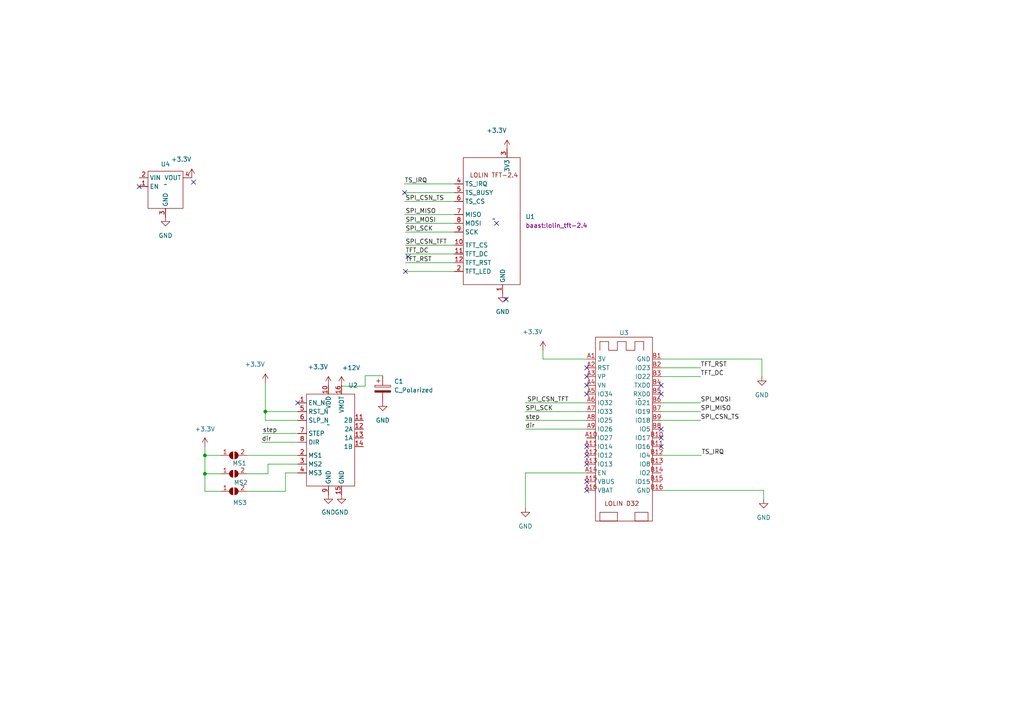
<source format=kicad_sch>
(kicad_sch (version 20230121) (generator eeschema)
  (paper "A4")
  (lib_symbols
    (symbol "Device:C_Polarized" (pin_numbers hide) (pin_names (offset 0.254))
      (property "Reference" "C" (at 0.635 2.54 0))
      (property "Value" "C_Polarized" (at 0.635 -2.54 0))
      (symbol "C_Polarized_0_1"
        (rectangle (start -2.286 0.508) (end 2.286 1.016))
        (polyline (pts (xy -1.778 2.286) (xy -0.762 2.286)))
        (polyline (pts (xy -1.27 2.794) (xy -1.27 1.778)))
        (rectangle (start 2.286 -0.508) (end -2.286 -1.016) (fill (type outline)))
      )
      (symbol "C_Polarized_1_1"
        (pin passive line (at 0 3.81 270) (length 2.794) (name "~") (number "1"))
        (pin passive line (at 0 -3.81 90) (length 2.794) (name "~") (number "2"))
      )
    )
    (symbol "Jumper:SolderJumper_2_Open" (pin_names (offset 0) hide)
      (property "Reference" "JP" (at 0 2.032 0))
      (property "Value" "SolderJumper_2_Open" (at 0 -2.54 0))
      (symbol "SolderJumper_2_Open_0_1"
        (arc (start -0.254 1.016) (mid -1.2656 0) (end -0.254 -1.016))
        (arc (start -0.254 1.016) (mid -1.2656 0) (end -0.254 -1.016) (fill (type outline)))
        (polyline (pts (xy -0.254 1.016) (xy -0.254 -1.016)))
        (polyline (pts (xy 0.254 1.016) (xy 0.254 -1.016)))
        (arc (start 0.254 -1.016) (mid 1.2656 0) (end 0.254 1.016))
        (arc (start 0.254 -1.016) (mid 1.2656 0) (end 0.254 1.016) (fill (type outline)))
      )
      (symbol "SolderJumper_2_Open_1_1"
        (pin passive line (at -3.81 0 0) (length 2.54) (name "A") (number "1"))
        (pin passive line (at 3.81 0 180) (length 2.54) (name "B") (number "2"))
      )
    )
    (symbol "baast:HW-613"
      (property "Reference" "U" (at 0.635 -1.27 0))
      (symbol "HW-613_0_1"
        (rectangle (start -5.08 3.81) (end 5.08 -6.985))
      )
      (symbol "HW-613_1_1"
        (pin input line (at -7.62 -0.635 0) (length 2.54) (name "EN") (number "1"))
        (pin power_in line (at -7.62 1.905 0) (length 2.54) (name "VIN") (number "2"))
        (pin power_in line (at 0 -9.525 90) (length 2.54) (name "GND") (number "3"))
        (pin output line (at 7.62 1.905 180) (length 2.54) (name "VOUT") (number "4"))
      )
    )
    (symbol "baast:a4988_module"
      (property "Reference" "U" (at 0 0 0))
      (symbol "a4988_module_0_1"
        (rectangle (start -6.35 8.89) (end 7.62 -17.78))
      )
      (symbol "a4988_module_1_1"
        (pin input line (at -8.89 6.35 0) (length 2.54) (name "EN_N") (number "1"))
        (pin power_in line (at 0 11.43 270) (length 2.54) (name "VDD") (number "10"))
        (pin output line (at 10.16 1.27 180) (length 2.54) (name "2B") (number "11"))
        (pin output line (at 10.16 -1.27 180) (length 2.54) (name "2A") (number "12"))
        (pin output line (at 10.16 -3.81 180) (length 2.54) (name "1A") (number "13"))
        (pin output line (at 10.16 -6.35 180) (length 2.54) (name "1B") (number "14"))
        (pin power_in line (at 3.81 -20.32 90) (length 2.54) (name "GND") (number "15"))
        (pin power_in line (at 3.81 11.43 270) (length 2.54) (name "VMOT") (number "16"))
        (pin input line (at -8.89 -8.89 0) (length 2.54) (name "MS1") (number "2"))
        (pin input line (at -8.89 -11.43 0) (length 2.54) (name "MS2") (number "3"))
        (pin input line (at -8.89 -13.97 0) (length 2.54) (name "MS3") (number "4"))
        (pin input line (at -8.89 3.81 0) (length 2.54) (name "RST_N") (number "5"))
        (pin input line (at -8.89 1.27 0) (length 2.54) (name "SLP_N") (number "6"))
        (pin input line (at -8.89 -2.54 0) (length 2.54) (name "STEP") (number "7"))
        (pin input line (at -8.89 -5.08 0) (length 2.54) (name "DIR") (number "8"))
        (pin power_in line (at 0 -20.32 90) (length 2.54) (name "GND") (number "9"))
      )
    )
    (symbol "baast:lolin_tft-2.4"
      (property "Reference" "U" (at 0 0 0))
      (property "Footprint" "esp_boards:lolin_tft-2.4" (at 0 0 0))
      (symbol "lolin_tft-2.4_0_1"
        (rectangle (start -8.89 17.78) (end 7.62 -19.05))
      )
      (symbol "lolin_tft-2.4_1_1"
        (text "LOLIN TFT-2.4" (at 0 12.7 0) (effects (font (size 1.27 1.27))))
        (pin power_in line (at 2.54 -21.59 90) (length 2.54) (name "GND") (number "1"))
        (pin input line (at -11.43 -7.62 0) (length 2.54) (name "TFT_CS") (number "10"))
        (pin input line (at -11.43 -10.16 0) (length 2.54) (name "TFT_DC") (number "11"))
        (pin input line (at -11.43 -12.7 0) (length 2.54) (name "TFT_RST") (number "12"))
        (pin input line (at -11.43 -15.24 0) (length 2.54) (name "TFT_LED") (number "2"))
        (pin power_in line (at 3.81 20.32 270) (length 2.54) (name "3V3") (number "3"))
        (pin output line (at -11.43 10.16 0) (length 2.54) (name "TS_IRQ") (number "4"))
        (pin output line (at -11.43 7.62 0) (length 2.54) (name "TS_BUSY") (number "5"))
        (pin input line (at -11.43 5.08 0) (length 2.54) (name "TS_CS") (number "6"))
        (pin output line (at -11.43 1.27 0) (length 2.54) (name "MISO") (number "7"))
        (pin input line (at -11.43 -1.27 0) (length 2.54) (name "MOSI") (number "8"))
        (pin input line (at -11.43 -3.81 0) (length 2.54) (name "SCK") (number "9"))
      )
    )
    (symbol "esp_boards:lolin_d32"
      (property "Reference" "U" (at 0 0 0))
      (property "Footprint" "esp_boards:lolin_d32" (at 5.08 6.35 0))
      (symbol "lolin_d32_0_1"
        (rectangle (start -7.62 24.13) (end 8.89 -29.21))
        (rectangle (start -6.35 -26.67) (end -1.27 -29.21))
        (polyline (pts (xy -6.35 20.32) (xy -6.35 22.86) (xy -3.81 22.86) (xy -3.81 20.32) (xy -1.27 20.32) (xy -1.27 22.86) (xy 1.27 22.86) (xy 1.27 20.32) (xy 3.81 20.32) (xy 3.81 22.86) (xy 6.35 22.86) (xy 6.35 20.32)))
        (rectangle (start 3.81 -26.67) (end 7.62 -29.21))
      )
      (symbol "lolin_d32_1_0"
        (pin bidirectional line (at -10.16 -5.08 0) (length 2.54) (name "") (number ""))
      )
      (symbol "lolin_d32_1_1"
        (text "LOLIN D32" (at 0 -24.13 0) (effects (font (size 1.27 1.27))))
        (pin power_in line (at -10.16 17.78 0) (length 2.54) (name "3V") (number "A1"))
        (pin bidirectional line (at -10.16 -5.08 0) (length 2.54) (name "IO27") (number "A10"))
        (pin bidirectional line (at -10.16 -7.62 0) (length 2.54) (name "IO14") (number "A11"))
        (pin bidirectional line (at -10.16 -10.16 0) (length 2.54) (name "IO12") (number "A12"))
        (pin power_in line (at -10.16 -12.7 0) (length 2.54) (name "IO13") (number "A13"))
        (pin bidirectional line (at -10.16 -15.24 0) (length 2.54) (name "EN") (number "A14"))
        (pin power_out line (at -10.16 -17.78 0) (length 2.54) (name "VBUS") (number "A15"))
        (pin power_out line (at -10.16 -20.32 0) (length 2.54) (name "VBAT") (number "A16"))
        (pin input line (at -10.16 15.24 0) (length 2.54) (name "RST") (number "A2"))
        (pin input line (at -10.16 12.7 0) (length 2.54) (name "VP") (number "A3"))
        (pin input line (at -10.16 10.16 0) (length 2.54) (name "VN") (number "A4"))
        (pin bidirectional line (at -10.16 7.62 0) (length 2.54) (name "IO34") (number "A5"))
        (pin bidirectional line (at -10.16 5.08 0) (length 2.54) (name "IO32") (number "A6"))
        (pin bidirectional line (at -10.16 2.54 0) (length 2.54) (name "IO33") (number "A7"))
        (pin bidirectional line (at -10.16 0 0) (length 2.54) (name "IO25") (number "A8"))
        (pin bidirectional line (at -10.16 -2.54 0) (length 2.54) (name "IO26") (number "A9"))
        (pin power_in line (at 11.43 17.78 180) (length 2.54) (name "GND") (number "B1"))
        (pin bidirectional line (at 11.43 -5.08 180) (length 2.54) (name "IO17") (number "B10"))
        (pin bidirectional line (at 11.43 -7.62 180) (length 2.54) (name "IO16") (number "B11"))
        (pin bidirectional line (at 11.43 -10.16 180) (length 2.54) (name "IO4") (number "B12"))
        (pin bidirectional line (at 11.43 -12.7 180) (length 2.54) (name "IO8") (number "B13"))
        (pin bidirectional line (at 11.43 -15.24 180) (length 2.54) (name "IO2") (number "B14"))
        (pin bidirectional line (at 11.43 -17.78 180) (length 2.54) (name "IO15") (number "B15"))
        (pin power_in line (at 11.43 -20.32 180) (length 2.54) (name "GND") (number "B16"))
        (pin bidirectional line (at 11.43 15.24 180) (length 2.54) (name "IO23") (number "B2"))
        (pin bidirectional line (at 11.43 12.7 180) (length 2.54) (name "IO22") (number "B3"))
        (pin bidirectional line (at 11.43 10.16 180) (length 2.54) (name "TXD0") (number "B4"))
        (pin bidirectional line (at 11.43 7.62 180) (length 2.54) (name "RXD0") (number "B5"))
        (pin bidirectional line (at 11.43 5.08 180) (length 2.54) (name "IO21") (number "B6"))
        (pin bidirectional line (at 11.43 2.54 180) (length 2.54) (name "IO19") (number "B7"))
        (pin bidirectional line (at 11.43 -2.54 180) (length 2.54) (name "IO5") (number "B8"))
        (pin bidirectional line (at 11.43 0 180) (length 2.54) (name "IO18") (number "B9"))
      )
    )
    (symbol "power:+12V" (power) (pin_names (offset 0))
      (property "Value" "+12V" (at 0 3.556 0))
      (symbol "+12V_0_1"
        (polyline (pts (xy -0.762 1.27) (xy 0 2.54)))
        (polyline (pts (xy 0 0) (xy 0 2.54)))
        (polyline (pts (xy 0 2.54) (xy 0.762 1.27)))
      )
      (symbol "+12V_1_1"
        (pin power_in line (at 0 0 90) (length 0) hide (name "+12V") (number "1"))
      )
    )
    (symbol "power:+3.3V" (power) (pin_names (offset 0))
      (property "Value" "+3.3V" (at 0 3.556 0))
      (symbol "+3.3V_0_1"
        (polyline (pts (xy -0.762 1.27) (xy 0 2.54)))
        (polyline (pts (xy 0 0) (xy 0 2.54)))
        (polyline (pts (xy 0 2.54) (xy 0.762 1.27)))
      )
      (symbol "+3.3V_1_1"
        (pin power_in line (at 0 0 90) (length 0) hide (name "+3.3V") (number "1"))
      )
    )
    (symbol "power:GND" (power) (pin_names (offset 0))
      (property "Value" "GND" (at 0 -3.81 0))
      (symbol "GND_0_1"
        (polyline (pts (xy 0 0) (xy 0 -1.27) (xy 1.27 -1.27) (xy 0 -2.54) (xy -1.27 -1.27) (xy 0 -1.27)))
      )
      (symbol "GND_1_1"
        (pin power_in line (at 0 0 270) (length 0) hide (name "GND") (number "1"))
      )
    )
  )
  (junction (at 59.436 132.08))
  (junction (at 76.962 119.38))
  (junction (at 59.436 137.414))
  (no_connect (at 170.18 106.68))
  (no_connect (at 56.134 52.832))
  (no_connect (at 191.77 127))
  (no_connect (at 191.77 124.46))
  (no_connect (at 117.348 55.88))
  (no_connect (at 191.77 111.76))
  (no_connect (at 191.77 114.3))
  (no_connect (at 170.18 134.62))
  (no_connect (at 170.18 142.24))
  (no_connect (at 170.18 114.3))
  (no_connect (at 118.364 74.422))
  (no_connect (at 86.36 116.84))
  (no_connect (at 170.18 129.54))
  (no_connect (at 170.18 109.22))
  (no_connect (at 146.812 86.868))
  (no_connect (at 170.18 111.76))
  (no_connect (at 117.602 78.74))
  (no_connect (at 191.77 129.54))
  (no_connect (at 40.386 54.102))
  (no_connect (at 144.018 64.77))
  (no_connect (at 170.18 139.7))
  (no_connect (at 170.18 132.08))
  (wire (pts (xy 71.628 132.08) (xy 86.36 132.08)))
  (wire (pts (xy 117.348 55.88) (xy 131.826 55.88)))
  (wire (pts (xy 76.2 125.73) (xy 86.36 125.73)))
  (wire (pts (xy 152.4 119.38) (xy 170.18 119.38)))
  (wire (pts (xy 191.77 142.24) (xy 221.488 142.24)))
  (wire (pts (xy 59.436 129.54) (xy 59.436 132.08)))
  (wire (pts (xy 117.602 73.66) (xy 131.826 73.66)))
  (wire (pts (xy 170.18 104.14) (xy 157.48 104.14)))
  (wire (pts (xy 191.77 104.14) (xy 220.98 104.14)))
  (wire (pts (xy 117.602 71.12) (xy 131.826 71.12)))
  (wire (pts (xy 117.602 64.77) (xy 131.826 64.77)))
  (wire (pts (xy 76.962 119.38) (xy 76.962 121.92)))
  (wire (pts (xy 77.724 134.62) (xy 77.724 137.414)))
  (wire (pts (xy 105.918 108.966) (xy 110.998 108.966)))
  (wire (pts (xy 77.724 137.414) (xy 71.628 137.414)))
  (wire (pts (xy 99.06 112.014) (xy 105.918 112.014)))
  (wire (pts (xy 152.4 121.92) (xy 170.18 121.92)))
  (wire (pts (xy 76.962 110.998) (xy 76.962 119.38)))
  (wire (pts (xy 152.4 116.84) (xy 170.18 116.84)))
  (wire (pts (xy 221.488 142.24) (xy 221.488 144.78)))
  (wire (pts (xy 117.348 58.42) (xy 131.826 58.42)))
  (wire (pts (xy 59.436 132.08) (xy 59.436 137.414)))
  (wire (pts (xy 76.962 119.38) (xy 86.36 119.38)))
  (wire (pts (xy 157.48 101.6) (xy 157.48 104.14)))
  (wire (pts (xy 59.436 132.08) (xy 64.008 132.08)))
  (wire (pts (xy 117.348 62.23) (xy 131.826 62.23)))
  (wire (pts (xy 191.77 116.84) (xy 203.2 116.84)))
  (wire (pts (xy 152.4 147.32) (xy 152.4 137.16)))
  (wire (pts (xy 117.348 53.34) (xy 131.826 53.34)))
  (wire (pts (xy 117.602 67.31) (xy 131.826 67.31)))
  (wire (pts (xy 86.36 121.92) (xy 76.962 121.92)))
  (wire (pts (xy 59.436 142.494) (xy 64.008 142.494)))
  (wire (pts (xy 191.77 121.92) (xy 203.2 121.92)))
  (wire (pts (xy 152.4 137.16) (xy 170.18 137.16)))
  (wire (pts (xy 191.77 106.68) (xy 203.2 106.68)))
  (wire (pts (xy 82.804 137.16) (xy 86.36 137.16)))
  (wire (pts (xy 117.602 78.74) (xy 131.826 78.74)))
  (wire (pts (xy 59.436 142.494) (xy 59.436 137.414)))
  (wire (pts (xy 82.804 142.494) (xy 71.628 142.494)))
  (wire (pts (xy 191.77 132.08) (xy 203.454 132.08)))
  (wire (pts (xy 117.602 76.2) (xy 131.826 76.2)))
  (wire (pts (xy 191.77 109.22) (xy 203.2 109.22)))
  (wire (pts (xy 152.4 124.46) (xy 170.18 124.46)))
  (wire (pts (xy 105.918 112.014) (xy 105.918 108.966)))
  (wire (pts (xy 191.77 119.38) (xy 203.2 119.38)))
  (wire (pts (xy 82.804 137.16) (xy 82.804 142.494)))
  (wire (pts (xy 220.98 104.14) (xy 220.98 109.22)))
  (wire (pts (xy 77.724 134.62) (xy 86.36 134.62)))
  (wire (pts (xy 75.946 128.27) (xy 86.36 128.27)))
  (wire (pts (xy 59.436 137.414) (xy 64.008 137.414)))
  (label "SPI_MISO" (at 203.2 119.38 0))
  (label "TS_IRQ" (at 117.348 53.34 0))
  (label "TFT_DC" (at 203.2 109.22 0))
  (label "SPI_MISO" (at 117.602 62.23 0))
  (label "SPI_CSN_TFT" (at 117.602 71.12 0))
  (label "step" (at 76.2 125.73 0))
  (label "step" (at 152.4 121.92 0))
  (label "TS_IRQ" (at 203.454 132.08 0))
  (label "TFT_RST" (at 203.2 106.68 0))
  (label "SPI_CSN_TS" (at 117.602 58.42 0))
  (label "TFT_RST" (at 117.602 76.2 0))
  (label "SPI_SCK" (at 152.4 119.38 0))
  (label "SPI_SCK" (at 117.602 67.31 0))
  (label "SPI_CSN_TS" (at 203.2 121.92 0))
  (label "dir" (at 152.4 124.46 0))
  (label "dir" (at 75.946 128.27 0))
  (label "TFT_DC" (at 117.602 73.66 0))
  (label "SPI_MOSI" (at 203.2 116.84 0))
  (label "SPI_CSN_TFT" (at 152.908 116.84 0))
  (label "SPI_MOSI" (at 117.602 64.77 0))
  (symbol (lib_id "power:GND") (at 220.98 109.22 0) (unit 1)
    (property "Reference" "#PWR0111" (effects hide))
    (property "Value" "GND" (at 220.98 114.554 0))
  )
  (symbol (lib_id "baast:a4988_module") (at 95.25 123.19 0) (unit 1)
    (property "Reference" "U2" (at 101.0159 111.76 0) (effects (justify left)))
    (property "Value" "~" (at 95.25 123.19 0))
    (property "Footprint" "baast:a4988_module" (effects hide))
    (property "Datasheet" "https://circuitdigest.com/microcontroller-projects/interface-a4988-stepper-motor-driver-with-arduino" (effects hide))
  )
  (symbol (lib_id "power:+3.3V") (at 55.626 51.562 0) (unit 1)
    (property "Reference" "#PWR04" (effects hide))
    (property "Value" "+3.3V" (at 52.578 46.228 0))
  )
  (symbol (lib_id "Device:C_Polarized") (at 110.998 112.776 0) (unit 1)
    (property "Reference" "C1" (at 114.3 110.617 0) (effects (justify left)))
    (property "Value" "C_Polarized" (at 114.3 113.157 0) (effects (justify left)))
    (property "Footprint" "Capacitor_THT:CP_Radial_D6.3mm_P2.50mm" (effects hide))
  )
  (symbol (lib_id "power:GND") (at 99.06 143.51 0) (unit 1)
    (property "Reference" "#PWR0102" (effects hide))
    (property "Value" "GND" (at 99.06 148.59 0))
  )
  (symbol (lib_id "power:GND") (at 95.25 143.51 0) (unit 1)
    (property "Reference" "#PWR0103" (effects hide))
    (property "Value" "GND" (at 95.25 148.59 0))
  )
  (symbol (lib_id "power:+3.3V") (at 147.066 43.18 0) (unit 1)
    (property "Reference" "#PWR01" (effects hide))
    (property "Value" "+3.3V" (at 144.018 37.846 0))
  )
  (symbol (lib_id "power:GND") (at 145.796 85.09 0) (unit 1)
    (property "Reference" "#PWR02" (effects hide))
    (property "Value" "GND" (at 145.796 90.424 0))
  )
  (symbol (lib_id "Jumper:SolderJumper_2_Open") (at 67.818 137.414 0) (unit 1)
    (property "Reference" "MS2" (at 69.85 139.954 0))
    (property "Value" "SolderJumper_2_Open" (effects hide))
    (property "Footprint" "Jumper:SolderJumper-2_P1.3mm_Open_Pad1.0x1.5mm" (effects hide))
  )
  (symbol (lib_id "esp_boards:lolin_d32") (at 180.34 121.92 0) (unit 1)
    (property "Reference" "U3" (at 180.975 96.52 0))
    (property "Value" "~" (at 185.42 115.57 0))
    (property "Footprint" "baast:lolin_d32" (effects hide))
  )
  (symbol (lib_id "power:GND") (at 48.006 62.992 0) (unit 1)
    (property "Reference" "#PWR03" (effects hide))
    (property "Value" "GND" (at 48.006 68.326 0))
  )
  (symbol (lib_id "power:GND") (at 110.998 116.586 0) (unit 1)
    (property "Reference" "#PWR0107" (effects hide))
    (property "Value" "GND" (at 110.998 121.92 0))
  )
  (symbol (lib_id "power:+3.3V") (at 157.48 101.6 0) (unit 1)
    (property "Reference" "#PWR0109" (effects hide))
    (property "Value" "+3.3V" (at 154.432 96.266 0))
  )
  (symbol (lib_id "power:GND") (at 221.488 144.78 0) (unit 1)
    (property "Reference" "#PWR0108" (effects hide))
    (property "Value" "GND" (at 221.488 150.114 0))
  )
  (symbol (lib_id "power:+3.3V") (at 59.436 129.54 0) (unit 1)
    (property "Reference" "#PWR0101" (effects hide))
    (property "Value" "+3.3V" (at 59.436 124.46 0))
  )
  (symbol (lib_id "power:+12V") (at 99.06 111.76 0) (unit 1)
    (property "Reference" "#PWR0106" (effects hide))
    (property "Value" "+12V" (at 101.854 106.68 0))
  )
  (symbol (lib_id "power:GND") (at 152.4 147.32 0) (unit 1)
    (property "Reference" "#PWR0110" (effects hide))
    (property "Value" "GND" (at 152.4 152.654 0))
  )
  (symbol (lib_id "Jumper:SolderJumper_2_Open") (at 67.818 132.08 0) (unit 1)
    (property "Reference" "MS1" (at 69.469 134.366 0))
    (property "Value" "SolderJumper_2_Open" (effects hide))
    (property "Footprint" "Jumper:SolderJumper-2_P1.3mm_Open_Pad1.0x1.5mm" (effects hide))
  )
  (symbol (lib_id "baast:HW-613") (at 48.006 53.467 0) (unit 1)
    (property "Reference" "U4" (at 48.006 47.625 0))
    (property "Value" "~" (at 48.006 53.467 0))
    (property "Footprint" "baast:HW-613" (effects hide))
    (property "Datasheet" "https://protosupplies.com/product/mp2315-mini-adjustable-dc-dc-step-down-module/" (effects hide))
  )
  (symbol (lib_id "Jumper:SolderJumper_2_Open") (at 67.818 142.494 0) (unit 1)
    (property "Reference" "MS3" (at 69.596 145.796 0))
    (property "Value" "SolderJumper_2_Open" (effects hide))
    (property "Footprint" "Jumper:SolderJumper-2_P1.3mm_Open_Pad1.0x1.5mm" (effects hide))
  )
  (symbol (lib_id "baast:lolin_tft-2.4") (at 143.256 63.5 0) (unit 1)
    (property "Reference" "U1" (at 152.4 62.865 0) (effects (justify left)))
    (property "Value" "~" (at 143.256 63.5 0))
    (property "Footprint" "baast:lolin_tft-2.4" (at 152.4 65.405 0) (effects (justify left)))
    (property "Datasheet" "https://www.wemos.cc/en/latest/d1_mini_shield/tft_2_4.html" (effects hide))
  )
  (symbol (lib_id "power:+3.3V") (at 95.25 111.76 0) (unit 1)
    (property "Reference" "#PWR0105" (effects hide))
    (property "Value" "+3.3V" (at 92.202 106.426 0))
  )
  (symbol (lib_id "power:+3.3V") (at 76.962 110.998 0) (unit 1)
    (property "Reference" "#PWR0104" (effects hide))
    (property "Value" "+3.3V" (at 73.914 105.664 0))
  )
)
</source>
